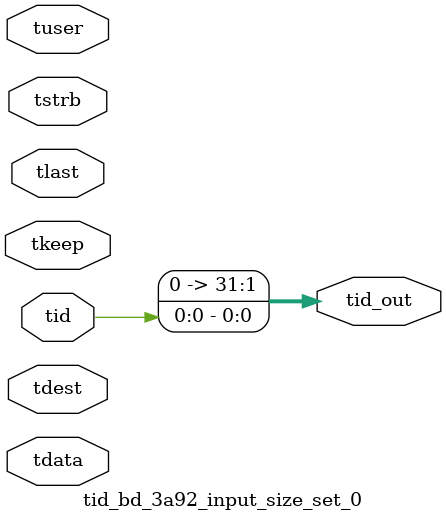
<source format=v>


`timescale 1ps/1ps

module tid_bd_3a92_input_size_set_0 #
(
parameter C_S_AXIS_TID_WIDTH   = 1,
parameter C_S_AXIS_TUSER_WIDTH = 0,
parameter C_S_AXIS_TDATA_WIDTH = 0,
parameter C_S_AXIS_TDEST_WIDTH = 0,
parameter C_M_AXIS_TID_WIDTH   = 32
)
(
input  [(C_S_AXIS_TID_WIDTH   == 0 ? 1 : C_S_AXIS_TID_WIDTH)-1:0       ] tid,
input  [(C_S_AXIS_TDATA_WIDTH == 0 ? 1 : C_S_AXIS_TDATA_WIDTH)-1:0     ] tdata,
input  [(C_S_AXIS_TUSER_WIDTH == 0 ? 1 : C_S_AXIS_TUSER_WIDTH)-1:0     ] tuser,
input  [(C_S_AXIS_TDEST_WIDTH == 0 ? 1 : C_S_AXIS_TDEST_WIDTH)-1:0     ] tdest,
input  [(C_S_AXIS_TDATA_WIDTH/8)-1:0 ] tkeep,
input  [(C_S_AXIS_TDATA_WIDTH/8)-1:0 ] tstrb,
input                                                                    tlast,
output [(C_M_AXIS_TID_WIDTH   == 0 ? 1 : C_M_AXIS_TID_WIDTH)-1:0       ] tid_out
);

assign tid_out = {tid[0:0]};

endmodule


</source>
